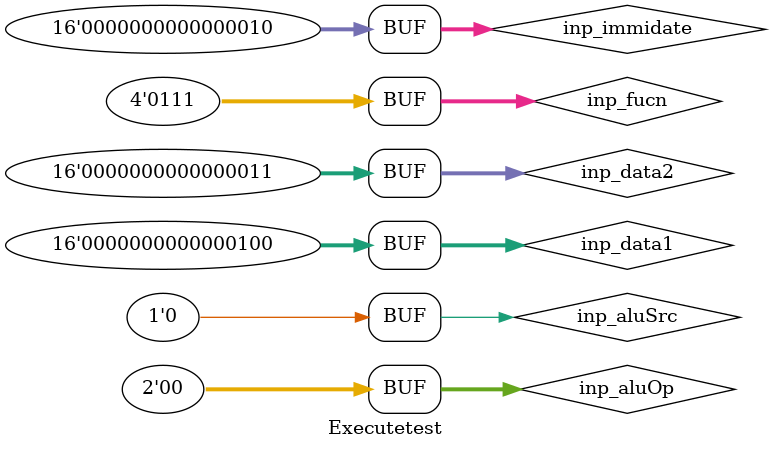
<source format=v>
`timescale 1ns / 1ps


module Executetest;

	// Inputs
	reg inp_aluSrc;
	reg [1:0] inp_aluOp;
	reg [3:0] inp_fucn;
	reg [15:0] inp_data1;
	reg [15:0] inp_data2;
	reg [15:0] inp_immidate;

	// Outputs
	wire out_zero;
	wire [15:0] out_aluResult;

	// Instantiate the Unit Under Test (UUT)
	Execute uut (
		.inp_aluSrc(inp_aluSrc), 
		.inp_aluOp(inp_aluOp), 
		.inp_fucn(inp_fucn), 
		.inp_data1(inp_data1), 
		.inp_data2(inp_data2), 
		.inp_immidate(inp_immidate), 
		.out_zero(out_zero), 
		.out_aluResult(out_aluResult)
	);

	initial begin
		// Initialize Inputs
		inp_aluSrc = 0;
		inp_aluOp = 1;
		inp_fucn = 1;
		inp_data1 = 4;
		inp_data2 = 3;
		inp_immidate = 2;

		// Wait 100 ns for global reset to finish
		#100;
      inp_aluSrc = 1;
		inp_aluOp = 1;
		inp_fucn = 1;
		inp_data1 = 4;
		inp_data2 = 3;
		inp_immidate = 2;
		#100;
      inp_aluSrc = 0;
		inp_aluOp = 2;
		inp_fucn = 1;
		inp_data1 = 4;
		inp_data2 = 3;
		inp_immidate = 2;
		#100;
      inp_aluSrc = 1;
		inp_aluOp = 2;
		inp_fucn = 1;
		inp_data1 = 4;
		inp_data2 = 3;
		inp_immidate = 2;
		#100;
      inp_aluSrc = 0;
		inp_aluOp = 3;
		inp_fucn = 1;
		inp_data1 = 4;
		inp_data2 = 3;
		inp_immidate = 2;
		#100;
      inp_aluSrc = 1;
		inp_aluOp = 3;
		inp_fucn = 1;
		inp_data1 = 4;
		inp_data2 = 3;
		inp_immidate = 2;
		
		
		#100;
      inp_aluSrc = 0;
		inp_aluOp = 0;
		inp_fucn = 0;
		inp_data1 = 4;
		inp_data2 = 3;
		inp_immidate = 2;
		#100;
      inp_aluSrc = 0;
		inp_aluOp = 0;
		inp_fucn = 1;
		inp_data1 = 4;
		inp_data2 = 3;
		inp_immidate = 2;
		#100;
      inp_aluSrc = 0;
		inp_aluOp = 0;
		inp_fucn = 2;
		inp_data1 = 4;
		inp_data2 = 3;
		inp_immidate = 2;
		#100;
      inp_aluSrc = 0;
		inp_aluOp = 0;
		inp_fucn = 3;
		inp_data1 = 4;
		inp_data2 = 3;
		inp_immidate = 2;
		#100;
      inp_aluSrc = 0;
		inp_aluOp = 0;
		inp_fucn = 4;
		inp_data1 = 4;
		inp_data2 = 3;
		inp_immidate = 2;
		#100;
      inp_aluSrc = 0;
		inp_aluOp = 0;
		inp_fucn = 5;
		inp_data1 = 4;
		inp_data2 = 3;
		inp_immidate = 2;
		#100;
      inp_aluSrc = 0;
		inp_aluOp = 0;
		inp_fucn = 6;
		inp_data1 = 4;
		inp_data2 = 3;
		inp_immidate = 2;
		#100;
      inp_aluSrc = 0;
		inp_aluOp = 0;
		inp_fucn = 7;
		inp_data1 = 4;
		inp_data2 = 3;
		inp_immidate = 2;
		

	end
      
endmodule


</source>
